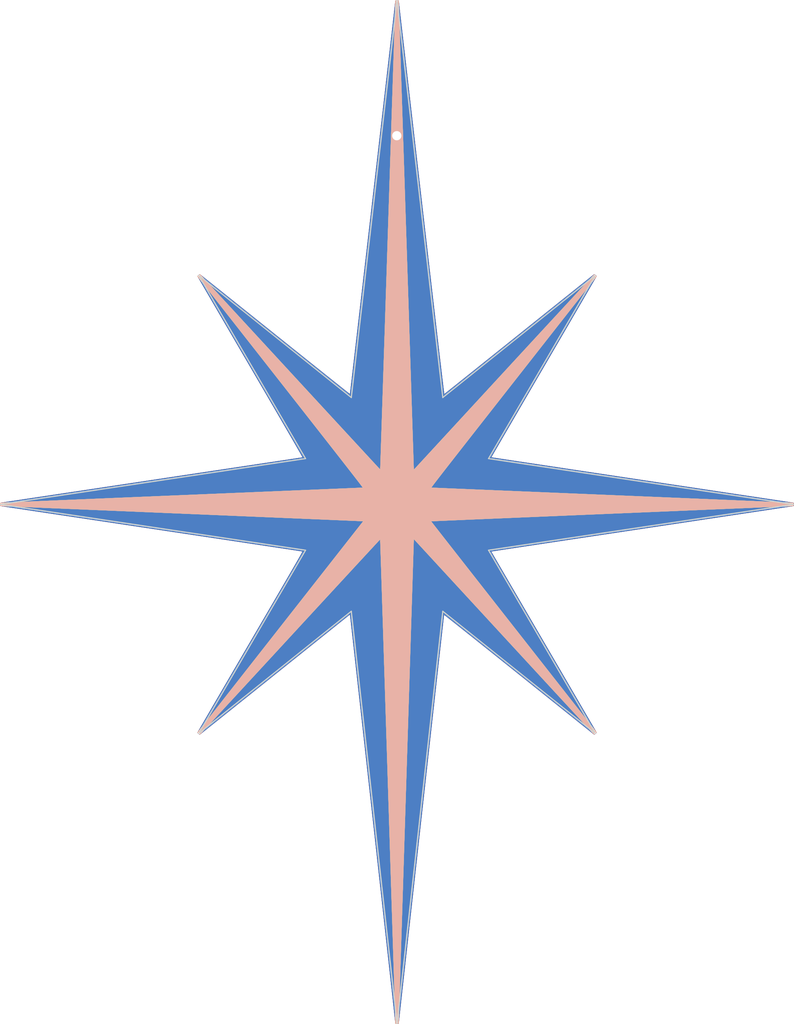
<source format=kicad_pcb>
(kicad_pcb (version 20201116) (generator pcbnew)
  (layers (0 "F.Cu" signal) (31 "B.Cu" signal) (34 "B.Paste" user) (35 "F.Paste" user) (36 "B.SilkS" user "B.Silkscreen") (37 "F.SilkS" user "F.Silkscreen") (38 "B.Mask" user) (39 "F.Mask" user) (44 "Edge.Cuts" user))
  (net 0 "")
  (footprint "12-Star:12-Star" (layer "F.Cu") (at 145.25 95.5)
    (fp_text reference "Ref**" hide)
    (fp_text value "Val**" hide)
    (fp_poly (pts (xy 0.41275 -44.725083) (xy 2.380851 -27.664404) (xy 2.506424 -26.576012) (xy 2.627247 -25.529123) (xy 2.743384 -24.523179) (xy 2.8549 -23.557626) (xy 2.96186 -22.631905) (xy 3.064329 -21.745463) (xy 3.162372 -20.897741) (xy 3.256055 -20.088185) (xy 3.345441 -19.316237) (xy 3.430597 -18.581342) (xy 3.511588 -17.882943) (xy 3.588477 -17.220484) (xy 3.661331 -16.59341) (xy 3.730215 -16.001162) (xy 3.795192 -15.443187) (xy 3.856329 -14.918926) (xy 3.913691 -14.427825) (xy 3.967342 -13.969326) (xy 4.017348 -13.542874) (xy 4.063773 -13.147913) (xy 4.106682 -12.783885) (xy 4.146142 -12.450236) (xy 4.182216 -12.146408) (xy 4.214969 -11.871846) (xy 4.244467 -11.625993) (xy 4.270775 -11.408293) (xy 4.293958 -11.21819) (xy 4.31408 -11.055128) (xy 4.331208 -10.91855) (xy 4.345405 -10.8079) (xy 4.356736 -10.722623) (xy 4.365268 -10.662161) (xy 4.371065 -10.625958) (xy 4.374191 -10.613459) (xy 4.374301 -10.613453) (xy 4.392461 -10.627229) (xy 4.442546 -10.666559) (xy 4.523432 -10.730546) (xy 4.633993 -10.818291) (xy 4.773104 -10.928896) (xy 4.93964 -11.061461) (xy 5.132475 -11.21509) (xy 5.350484 -11.388883) (xy 5.592543 -11.581943) (xy 5.857525 -11.79337) (xy 6.144306 -12.022267) (xy 6.451761 -12.267735) (xy 6.778764 -12.528876) (xy 7.12419 -12.804792) (xy 7.486914 -13.094583) (xy 7.865811 -13.397353) (xy 8.259755 -13.712202) (xy 8.667622 -14.038232) (xy 9.088285 -14.374545) (xy 9.520621 -14.720243) (xy 9.963503 -15.074427) (xy 10.415807 -15.436198) (xy 10.855762 -15.788142) (xy 11.31619 -16.156472) (xy 11.768344 -16.518147) (xy 12.211093 -16.872264) (xy 12.64331 -17.217921) (xy 13.063865 -17.554217) (xy 13.47163 -17.88025) (xy 13.865475 -18.195119) (xy 14.244271 -18.49792) (xy 14.606891 -18.787752) (xy 14.952204 -19.063714) (xy 15.279082 -19.324904) (xy 15.586397 -19.570419) (xy 15.873018 -19.799358) (xy 16.137818 -20.010819) (xy 16.379668 -20.2039) (xy 16.597438 -20.377699) (xy 16.789999 -20.531314) (xy 16.956224 -20.663844) (xy 17.094982 -20.774386) (xy 17.205146 -20.862039) (xy 17.285586 -20.9259) (xy 17.335173 -20.965069) (xy 17.352671 -20.978584) (xy 17.380153 -20.98929) (xy 17.410782 -20.981765) (xy 17.455153 -20.9517) (xy 17.491485 -20.922132) (xy 17.543363 -20.876916) (xy 17.578894 -20.842408) (xy 17.5895 -20.82807) (xy 17.578947 -20.809153) (xy 17.547748 -20.754858) (xy 17.496593 -20.666367) (xy 17.426171 -20.544867) (xy 17.337172 -20.391541) (xy 17.230287 -20.207574) (xy 17.106205 -19.994149) (xy 16.965616 -19.752453) (xy 16.80921 -19.483668) (xy 16.637676 -19.18898) (xy 16.451705 -18.869572) (xy 16.251987 -18.52663) (xy 16.03921 -18.161338) (xy 15.814066 -17.774879) (xy 15.577243 -17.36844) (xy 15.329432 -16.943203) (xy 15.071323 -16.500353) (xy 14.803606 -16.041076) (xy 14.526969 -15.566555) (xy 14.242104 -15.077974) (xy 13.9497 -14.576519) (xy 13.650446 -14.063374) (xy 13.345034 -13.539722) (xy 13.034152 -13.006749) (xy 13.016759 -12.976932) (xy 12.70564 -12.443548) (xy 12.399979 -11.919447) (xy 12.100463 -11.405813) (xy 11.807782 -10.903827) (xy 11.522625 -10.414675) (xy 11.24568 -9.939538) (xy 10.977635 -9.479599) (xy 10.71918 -9.036042) (xy 10.471003 -8.61005) (xy 10.233793 -8.202806) (xy 10.008238 -7.815492) (xy 9.795028 -7.449293) (xy 9.594851 -7.105391) (xy 9.408396 -6.784968) (xy 9.236351 -6.489209) (xy 9.079406 -6.219296) (xy 8.938249 -5.976412) (xy 8.813568 -5.761741) (xy 8.706053 -5.576465) (xy 8.616392 -5.421767) (xy 8.545273 -5.298832) (xy 8.493386 -5.20884) (xy 8.46142 -5.152977) (xy 8.450062 -5.132424) (xy 8.45005 -5.13234) (xy 8.471139 -5.128913) (xy 8.532972 -5.119379) (xy 8.634431 -5.103906) (xy 8.774393 -5.082662) (xy 8.95174 -5.055816) (xy 9.16535 -5.023537) (xy 9.414103 -4.985993) (xy 9.696878 -4.943352) (xy 10.012556 -4.895783) (xy 10.360016 -4.843454) (xy 10.738138 -4.786533) (xy 11.1458 -4.72519) (xy 11.581883 -4.659592) (xy 12.045266 -4.589908) (xy 12.534828 -4.516306) (xy 13.049451 -4.438956) (xy 13.588012 -4.358024) (xy 14.149391 -4.273681) (xy 14.732469 -4.186093) (xy 15.336124 -4.09543) (xy 15.959237 -4.001861) (xy 16.600687 -3.905552) (xy 17.259353 -3.806674) (xy 17.934115 -3.705394) (xy 18.623853 -3.601881) (xy 19.327445 -3.496303) (xy 20.043773 -3.388829) (xy 20.771715 -3.279627) (xy 21.510151 -3.168866) (xy 21.568834 -3.160065) (xy 34.681584 -1.193376) (xy 34.687785 -1.054298) (xy 34.693986 -0.915219) (xy 34.624285 -0.902528) (xy 34.599566 -0.898697) (xy 34.534113 -0.888762) (xy 34.429061 -0.872895) (xy 34.28554 -0.851265) (xy 34.104685 -0.824043) (xy 33.887628 -0.791397) (xy 33.635501 -0.753499) (xy 33.349439 -0.710518) (xy 33.030572 -0.662624) (xy 32.680035 -0.609987) (xy 32.29896 -0.552777) (xy 31.88848 -0.491164) (xy 31.449727 -0.425318) (xy 30.983835 -0.355409) (xy 30.491936 -0.281606) (xy 29.975163 -0.204081) (xy 29.434649 -0.123002) (xy 28.871527 -0.03854) (xy 28.286929 0.049135) (xy 27.681989 0.139854) (xy 27.057838 0.233446) (xy 26.415611 0.329742) (xy 25.756439 0.42857) (xy 25.081455 0.529763) (xy 24.391793 0.633149) (xy 23.688586 0.738558) (xy 22.972965 0.845822) (xy 22.246064 0.954768) (xy 21.55825 1.05785) (xy 20.821921 1.168211) (xy 20.095847 1.277057) (xy 19.38116 1.384219) (xy 18.67899 1.489526) (xy 17.99047 1.592808) (xy 17.316731 1.693894) (xy 16.658905 1.792615) (xy 16.018123 1.8888) (xy 15.395518 1.98228) (xy 14.792219 2.072883) (xy 14.20936 2.16044) (xy 13.648071 2.24478) (xy 13.109485 2.325734) (xy 12.594732 2.403131) (xy 12.104944 2.476801) (xy 11.641253 2.546573) (xy 11.204791 2.612278) (xy 10.796689 2.673746) (xy 10.418078 2.730805) (xy 10.070091 2.783287) (xy 9.753858 2.83102) (xy 9.470512 2.873834) (xy 9.221183 2.91156) (xy 9.007004 2.944027) (xy 8.829106 2.971065) (xy 8.68862 2.992504) (xy 8.586679 3.008173) (xy 8.524413 3.017903) (xy 8.503083 3.021477) (xy 8.444249 3.037417) (xy 13.017743 10.877379) (xy 17.591236 18.71734) (xy 17.542743 18.769323) (xy 17.488216 18.821115) (xy 17.436971 18.862349) (xy 17.379692 18.903393) (xy 10.869515 13.695179) (xy 10.370924 13.296385) (xy 9.885365 12.908182) (xy 9.413774 12.531314) (xy 8.957087 12.166526) (xy 8.516241 11.814562) (xy 8.092173 11.476166) (xy 7.68582 11.152084) (xy 7.298118 10.84306) (xy 6.930004 10.549838) (xy 6.582415 10.273163) (xy 6.256287 10.013779) (xy 5.952557 9.772431) (xy 5.672162 9.549864) (xy 5.416037 9.346821) (xy 5.185121 9.164048) (xy 4.98035 9.002289) (xy 4.80266 8.862288) (xy 4.652987 8.74479) (xy 4.53227 8.65054) (xy 4.441443 8.580282) (xy 4.381445 8.534761) (xy 4.353211 8.514721) (xy 4.351009 8.513857) (xy 4.348286 8.53605) (xy 4.341002 8.599344) (xy 4.329268 8.702768) (xy 4.31319 8.845348) (xy 4.292877 9.026111) (xy 4.268439 9.244085) (xy 4.239982 9.498296) (xy 4.207615 9.787772) (xy 4.171446 10.111539) (xy 4.131585 10.468624) (xy 4.088138 10.858055) (xy 4.041215 11.278859) (xy 3.990924 11.730062) (xy 3.937373 12.210692) (xy 3.88067 12.719775) (xy 3.820923 13.256339) (xy 3.758242 13.819411) (xy 3.692733 14.408018) (xy 3.624506 15.021186) (xy 3.553669 15.657944) (xy 3.48033 16.317317) (xy 3.404598 16.998333) (xy 3.32658 17.700019) (xy 3.246385 18.421402) (xy 3.164122 19.161508) (xy 3.079898 19.919366) (xy 2.993822 20.694002) (xy 2.906002 21.484444) (xy 2.816547 22.289717) (xy 2.725565 23.108849) (xy 2.633163 23.940868) (xy 2.539452 24.7848) (xy 2.444538 25.639672) (xy 2.37774 26.241375) (xy 0.412799 43.942) (xy 0.269899 43.942) (xy 0.19833 43.939851) (xy 0.147069 43.934212) (xy 0.127015 43.926293) (xy 0.127007 43.926125) (xy 0.124687 43.902972) (xy 0.117814 43.838933) (xy 0.106519 43.735196) (xy 0.090936 43.59295) (xy 0.071195 43.413381) (xy 0.047429 43.197678) (xy 0.01977 42.947029) (xy -0.01165 42.66262) (xy -0.046699 42.345641) (xy -0.085244 41.997278) (xy -0.127155 41.61872) (xy -0.172298 41.211154) (xy -0.220542 40.775768) (xy -0.271754 40.313749) (xy -0.325803 39.826287) (xy -0.382556 39.314567) (xy -0.441881 38.779779) (xy -0.503647 38.22311) (xy -0.567721 37.645747) (xy -0.633971 37.048879) (xy -0.702265 36.433693) (xy -0.772471 35.801377) (xy -0.844457 35.153119) (xy -0.918091 34.490107) (xy -0.99324 33.813527) (xy -1.069774 33.124569) (xy -1.147559 32.42442) (xy -1.226463 31.714267) (xy -1.306355 30.995298) (xy -1.387103 30.268702) (xy -1.468574 29.535666) (xy -1.550636 28.797377) (xy -1.633157 28.055024) (xy -1.716006 27.309794) (xy -1.799049 26.562876) (xy -1.882156 25.815456) (xy -1.965194 25.068722) (xy -2.04803 24.323863) (xy -2.130534 23.582066) (xy -2.212572 22.844519) (xy -2.294012 22.11241) (xy -2.374724 21.386926) (xy -2.454574 20.669255) (xy -2.53343 19.960586) (xy -2.611161 19.262105) (xy -2.687634 18.575) (xy -2.762717 17.90046) (xy -2.836279 17.239672) (xy -2.908186 16.593824) (xy -2.978308 15.964104) (xy -3.046512 15.351699) (xy -3.112665 14.757797) (xy -3.176637 14.183586) (xy -3.238294 13.630253) (xy -3.297505 13.098988) (xy -3.354137 12.590976) (xy -3.40806 12.107407) (xy -3.459139 11.649467) (xy -3.507244 11.218345) (xy -3.552243 10.815228) (xy -3.594002 10.441304) (xy -3.632391 10.097762) (xy -3.667277 9.785788) (xy -3.698529 9.50657) (xy -3.726013 9.261297) (xy -3.749598 9.051155) (xy -3.769152 8.877334) (xy -3.784543 8.74102) (xy -3.795638 8.643401) (xy -3.802307 8.585665) (xy -3.804388 8.568869) (xy -3.820583 8.491154) (xy -10.326685 13.696494) (xy -10.788597 14.066027) (xy -11.24211 14.428784) (xy -11.686107 14.783873) (xy -12.11947 15.130402) (xy -12.54108 15.467477) (xy -12.94982 15.794207) (xy -13.344572 16.109698) (xy -13.724218 16.413059) (xy -14.087639 16.703397) (xy -14.433719 16.979819) (xy -14.761338 17.241433) (xy -15.069379 17.487347) (xy -15.356724 17.716667) (xy -15.622254 17.928502) (xy -15.864853 18.121958) (xy -16.083402 18.296144) (xy -16.276783 18.450167) (xy -16.443877 18.583135) (xy -16.583568 18.694154) (xy -16.694736 18.782333) (xy -16.776265 18.846779) (xy -16.827036 18.886599) (xy -16.845931 18.900902) (xy -16.846018 18.900931) (xy -16.867794 18.887536) (xy -16.910734 18.853726) (xy -16.953797 18.817027) (xy -17.048343 18.734026) (xy -17.002685 18.643305) (xy -16.988979 18.618964) (xy -16.954631 18.559272) (xy -16.900345 18.465435) (xy -16.826824 18.338658) (xy -16.73477 18.180149) (xy -16.624888 17.991114) (xy -16.497879 17.772759) (xy -16.354448 17.526292) (xy -16.195296 17.252918) (xy -16.021128 16.953845) (xy -15.832646 16.630278) (xy -15.630553 16.283425) (xy -15.415552 15.914491) (xy -15.188346 15.524684) (xy -14.949639 15.115209) (xy -14.700133 14.687274) (xy -14.440532 14.242085) (xy -14.171538 13.780849) (xy -13.893855 13.304771) (xy -13.608185 12.815059) (xy -13.315232 12.312919) (xy -13.015698 11.799558) (xy -12.710287 11.276181) (xy -12.429469 10.795) (xy -12.059322 10.160777) (xy -11.709925 9.562088) (xy -11.38069 8.997905) (xy -11.071025 8.467203) (xy -10.78034 7.968956) (xy -10.508044 7.502137) (xy -10.253547 7.065719) (xy -10.016257 6.658677) (xy -9.795586 6.279983) (xy -9.590941 5.928612) (xy -9.401732 5.603538) (xy -9.227369 5.303732) (xy -9.067261 5.028171) (xy -8.920818 4.775826) (xy -8.787449 4.545672) (xy -8.666563 4.336682) (xy -8.55757 4.14783) (xy -8.45988 3.97809) (xy -8.372901 3.826434) (xy -8.296043 3.691838) (xy -8.228715 3.573273) (xy -8.170328 3.469715) (xy -8.12029 3.380136) (xy -8.07801 3.303511) (xy -8.042899 3.238813) (xy -8.014365 3.185015) (xy -7.991819 3.141091) (xy -7.974668 3.106015) (xy -7.962324 3.07876) (xy -7.954195 3.0583) (xy -7.949691 3.043609) (xy -7.94822 3.03366) (xy -7.949194 3.027427) (xy -7.95202 3.023883) (xy -7.956109 3.022003) (xy -7.956747 3.021814) (xy -7.980619 3.017817) (xy -8.045226 3.007721) (xy -8.149436 2.991694) (xy -8.29212 2.969908) (xy -8.472146 2.942532) (xy -8.688383 2.909737) (xy -8.9397 2.871693) (xy -9.224965 2.828569) (xy -9.543048 2.780537) (xy -9.892818 2.727767) (xy -10.273142 2.670427) (xy -10.682891 2.60869) (xy -11.120934 2.542725) (xy -11.586138 2.472701) (xy -12.077373 2.39879) (xy -12.593508 2.321162) (xy -13.133412 2.239986) (xy -13.695954 2.155433) (xy -14.280002 2.067673) (xy -14.884426 1.976877) (xy -15.508094 1.883213) (xy -16.149876 1.786854) (xy -16.808639 1.687968) (xy -17.483254 1.586726) (xy -18.172588 1.483299) (xy -18.875512 1.377856) (xy -19.590893 1.270567) (xy -20.317601 1.161603) (xy -21.007916 1.058118) (xy -21.744325 0.94773) (xy -22.47051 0.838868) (xy -23.18534 0.731701) (xy -23.887682 0.626399) (xy -24.576403 0.523134) (xy -25.25037 0.422073) (xy -25.908451 0.323388) (xy -26.549512 0.227249) (xy -27.172421 0.133825) (xy -27.776044 0.043286) (xy -28.35925 -0.044197) (xy -28.920906 -0.128455) (xy -29.459878 -0.209318) (xy -29.975034 -0.286615) (xy -30.46524 -0.360176) (xy -30.929365 -0.429833) (xy -31.366276 -0.495414) (xy -31.774839 -0.556749) (xy -32.153921 -0.613669) (xy -32.502391 -0.666004) (xy -32.819115 -0.713584) (xy -33.102961 -0.756238) (xy -33.352795 -0.793797) (xy -33.567484 -0.826091) (xy -33.745897 -0.85295) (xy -33.8869 -0.874203) (xy -33.989361 -0.889681) (xy -34.052146 -0.899214) (xy -34.073951 -0.902597) (xy -34.143652 -0.915219) (xy -34.137451 -1.054814) (xy -34.13125 -1.19441) (xy -21.05025 -3.157093) (xy -20.311707 -3.267907) (xy -19.583483 -3.377175) (xy -18.866704 -3.484731) (xy -18.162494 -3.590403) (xy -17.471978 -3.694025) (xy -16.796282 -3.795426) (xy -16.136531 -3.894438) (xy -15.49385 -3.990892) (xy -14.869364 -4.084618) (xy -14.264198 -4.175449) (xy -13.679478 -4.263215) (xy -13.116329 -4.347747) (xy -12.575875 -4.428876) (xy -12.059243 -4.506433) (xy -11.567556 -4.58025) (xy -11.101941 -4.650158) (xy -10.663523 -4.715987) (xy -10.253426 -4.777568) (xy -9.872776 -4.834734) (xy -9.522698 -4.887314) (xy -9.204318 -4.93514) (xy -8.918759 -4.978043) (xy -8.667149 -5.015854) (xy -8.450611 -5.048404) (xy -8.270271 -5.075524) (xy -8.127253 -5.097046) (xy -8.022685 -5.1128) (xy -7.957689 -5.122617) (xy -7.933392 -5.126329) (xy -7.93329 -5.126347) (xy -7.934726 -5.134629) (xy -7.945653 -5.158865) (xy -7.96654 -5.199862) (xy -7.997852 -5.258429) (xy -8.040059 -5.335373) (xy -8.093628 -5.431505) (xy -8.159026 -5.547632) (xy -8.236722 -5.684563) (xy -8.327182 -5.843106) (xy -8.430875 -6.024069) (xy -8.548268 -6.228263) (xy -8.679829 -6.456494) (xy -8.826025 -6.709571) (xy -8.987325 -6.988303) (xy -9.164195 -7.293499) (xy -9.357104 -7.625967) (xy -9.56652 -7.986515) (xy -9.792909 -8.375952) (xy -10.036739 -8.795087) (xy -10.298479 -9.244728) (xy -10.578596 -9.725683) (xy -10.877557 -10.238762) (xy -11.195831 -10.784772) (xy -11.533885 -11.364522) (xy -11.892186 -11.97882) (xy -12.271202 -12.628476) (xy -12.448795 -12.932833) (xy -12.759496 -13.465308) (xy -13.064867 -13.988689) (xy -13.36421 -14.501781) (xy -13.65683 -15.003389) (xy -13.942029 -15.492317) (xy -14.219111 -15.96737) (xy -14.487379 -16.427354) (xy -14.746137 -16.871074) (xy -14.994688 -17.297333) (xy -15.232336 -17.704937) (xy -15.458384 -18.092692) (xy -15.672135 -18.459401) (xy -15.872894 -18.80387) (xy -16.059963 -19.124904) (xy -16.232645 -19.421308) (xy -16.390245 -19.691885) (xy -16.532066 -19.935443) (xy -16.657411 -20.150784) (xy -16.765583 -20.336715) (xy -16.855887 -20.49204) (xy -16.927625 -20.615563) (xy -16.980101 -20.706091) (xy -17.012618 -20.762427) (xy -17.024454 -20.783323) (xy -17.035023 -20.81439) (xy -17.028089 -20.841827) (xy -16.99798 -20.876277) (xy -16.953949 -20.915558) (xy -16.900185 -20.959413) (xy -16.858257 -20.989077) (xy -16.840722 -20.997276) (xy -16.823057 -20.984201) (xy -16.773463 -20.945564) (xy -16.693061 -20.882257) (xy -16.58297 -20.795175) (xy -16.44431 -20.685211) (xy -16.278201 -20.553258) (xy -16.085763 -20.400209) (xy -15.868116 -20.226958) (xy -15.626379 -20.034398) (xy -15.361673 -19.823423) (xy -15.075118 -19.594926) (xy -14.767833 -19.3498) (xy -14.440938 -19.088938) (xy -14.095554 -18.813235) (xy -13.732799 -18.523582) (xy -13.353795 -18.220875) (xy -12.95966 -17.906006) (xy -12.551515 -17.579868) (xy -12.13048 -17.243355) (xy -11.697674 -16.89736) (xy -11.254218 -16.542777) (xy -10.801232 -16.180499) (xy -10.339834 -15.811419) (xy -10.324732 -15.799337) (xy -9.863177 -15.430141) (xy -9.410031 -15.067768) (xy -8.966412 -14.713111) (xy -8.533437 -14.367059) (xy -8.112225 -14.030504) (xy -7.703894 -13.704337) (xy -7.309562 -13.389448) (xy -6.930346 -13.08673) (xy -6.567365 -12.797073) (xy -6.221738 -12.521368) (xy -5.894581 -12.260506) (xy -5.587012 -12.015378) (xy -5.300151 -11.786876) (xy -5.035115 -11.575889) (xy -4.793022 -11.38331) (xy -4.574989 -11.210029) (xy -4.382136 -11.056938) (xy -4.21558 -10.924927) (xy -4.076439 -10.814887) (xy -3.965831 -10.72771) (xy -3.884874 -10.664287) (xy -3.834686 -10.625508) (xy -3.816386 -10.612264) (xy -3.816335 -10.612275) (xy -3.813575 -10.633458) (xy -3.806099 -10.695489) (xy -3.794049 -10.797161) (xy -3.777563 -10.937268) (xy -3.75678 -11.114604) (xy -3.731841 -11.327963) (xy -3.702885 -11.576138) (xy -3.670052 -11.857922) (xy -3.63348 -12.17211) (xy -3.59331 -12.517495) (xy -3.54968 -12.892871) (xy -3.502731 -13.297031) (xy -3.452602 -13.728769) (xy -3.399432 -14.186879) (xy -3.343361 -14.670155) (xy -3.284528 -15.17739) (xy -3.223074 -15.707378) (xy -3.159136 -16.258912) (xy -3.092856 -16.830786) (xy -3.024372 -17.421794) (xy -2.953824 -18.03073) (xy -2.881351 -18.656386) (xy -2.807093 -19.297558) (xy -2.73119 -19.953038) (xy -2.65378 -20.62162) (xy -2.575004 -21.302098) (xy -2.495001 -21.993266) (xy -2.41391 -22.693916) (xy -2.331871 -23.402844) (xy -2.249024 -24.118842) (xy -2.165508 -24.840704) (xy -2.081461 -25.567224) (xy -1.997025 -26.297196) (xy -1.912339 -27.029412) (xy -1.827541 -27.762668) (xy -1.742771 -28.495756) (xy -1.65817 -29.22747) (xy -1.573876 -29.956604) (xy -1.490029 -30.681952) (xy -1.406768 -31.402307) (xy -1.324234 -32.116462) (xy -1.242564 -32.823213) (xy -1.1619 -33.521351) (xy -1.08238 -34.209671) (xy -1.004144 -34.886967) (xy -0.927332 -35.552032) (xy -0.852082 -36.20366) (xy -0.778535 -36.840644) (xy -0.70683 -37.461779) (xy -0.637107 -38.065857) (xy -0.569504 -38.651673) (xy -0.504162 -39.218021) (xy -0.44122 -39.763693) (xy -0.380817 -40.287483) (xy -0.323093 -40.788186) (xy -0.268188 -41.264595) (xy -0.21624 -41.715503) (xy -0.16739 -42.139705) (xy -0.121778 -42.535993) (xy -0.079541 -42.903162) (xy -0.040821 -43.240006) (xy -0.005756 -43.545317) (xy 0.025514 -43.81789) (xy 0.05285 -44.056518) (xy 0.076111 -44.259994) (xy 0.095159 -44.427114) (xy 0.109854 -44.556669) (xy 0.120056 -44.647455) (xy 0.125627 -44.698264) (xy 0.126698 -44.709291) (xy 0.146201 -44.717239) (xy 0.197091 -44.72292) (xy 0.268436 -44.725125) (xy 0.269875 -44.725125) (xy 0.41275 -44.725083)) (layer "F.Cu") (width 0.01) (fill solid))
    (fp_poly (pts (xy 0.41275 -44.725083) (xy 2.380851 -27.664404) (xy 2.506424 -26.576012) (xy 2.627247 -25.529123) (xy 2.743384 -24.523179) (xy 2.8549 -23.557626) (xy 2.96186 -22.631905) (xy 3.064329 -21.745463) (xy 3.162372 -20.897741) (xy 3.256055 -20.088185) (xy 3.345441 -19.316237) (xy 3.430597 -18.581342) (xy 3.511588 -17.882943) (xy 3.588477 -17.220484) (xy 3.661331 -16.59341) (xy 3.730215 -16.001162) (xy 3.795192 -15.443187) (xy 3.856329 -14.918926) (xy 3.913691 -14.427825) (xy 3.967342 -13.969326) (xy 4.017348 -13.542874) (xy 4.063773 -13.147913) (xy 4.106682 -12.783885) (xy 4.146142 -12.450236) (xy 4.182216 -12.146408) (xy 4.214969 -11.871846) (xy 4.244467 -11.625993) (xy 4.270775 -11.408293) (xy 4.293958 -11.21819) (xy 4.31408 -11.055128) (xy 4.331208 -10.91855) (xy 4.345405 -10.8079) (xy 4.356736 -10.722623) (xy 4.365268 -10.662161) (xy 4.371065 -10.625958) (xy 4.374191 -10.613459) (xy 4.374301 -10.613453) (xy 4.392461 -10.627229) (xy 4.442546 -10.666559) (xy 4.523432 -10.730546) (xy 4.633993 -10.818291) (xy 4.773104 -10.928896) (xy 4.93964 -11.061461) (xy 5.132475 -11.21509) (xy 5.350484 -11.388883) (xy 5.592543 -11.581943) (xy 5.857525 -11.79337) (xy 6.144306 -12.022267) (xy 6.451761 -12.267735) (xy 6.778764 -12.528876) (xy 7.12419 -12.804792) (xy 7.486914 -13.094583) (xy 7.865811 -13.397353) (xy 8.259755 -13.712202) (xy 8.667622 -14.038232) (xy 9.088285 -14.374545) (xy 9.520621 -14.720243) (xy 9.963503 -15.074427) (xy 10.415807 -15.436198) (xy 10.855762 -15.788142) (xy 11.31619 -16.156472) (xy 11.768344 -16.518147) (xy 12.211093 -16.872264) (xy 12.64331 -17.217921) (xy 13.063865 -17.554217) (xy 13.47163 -17.88025) (xy 13.865475 -18.195119) (xy 14.244271 -18.49792) (xy 14.606891 -18.787752) (xy 14.952204 -19.063714) (xy 15.279082 -19.324904) (xy 15.586397 -19.570419) (xy 15.873018 -19.799358) (xy 16.137818 -20.010819) (xy 16.379668 -20.2039) (xy 16.597438 -20.377699) (xy 16.789999 -20.531314) (xy 16.956224 -20.663844) (xy 17.094982 -20.774386) (xy 17.205146 -20.862039) (xy 17.285586 -20.9259) (xy 17.335173 -20.965069) (xy 17.352671 -20.978584) (xy 17.380153 -20.98929) (xy 17.410782 -20.981765) (xy 17.455153 -20.9517) (xy 17.491485 -20.922132) (xy 17.543363 -20.876916) (xy 17.578894 -20.842408) (xy 17.5895 -20.82807) (xy 17.578947 -20.809153) (xy 17.547748 -20.754858) (xy 17.496593 -20.666367) (xy 17.426171 -20.544867) (xy 17.337172 -20.391541) (xy 17.230287 -20.207574) (xy 17.106205 -19.994149) (xy 16.965616 -19.752453) (xy 16.80921 -19.483668) (xy 16.637676 -19.18898) (xy 16.451705 -18.869572) (xy 16.251987 -18.52663) (xy 16.03921 -18.161338) (xy 15.814066 -17.774879) (xy 15.577243 -17.36844) (xy 15.329432 -16.943203) (xy 15.071323 -16.500353) (xy 14.803606 -16.041076) (xy 14.526969 -15.566555) (xy 14.242104 -15.077974) (xy 13.9497 -14.576519) (xy 13.650446 -14.063374) (xy 13.345034 -13.539722) (xy 13.034152 -13.006749) (xy 13.016759 -12.976932) (xy 12.70564 -12.443548) (xy 12.399979 -11.919447) (xy 12.100463 -11.405813) (xy 11.807782 -10.903827) (xy 11.522625 -10.414675) (xy 11.24568 -9.939538) (xy 10.977635 -9.479599) (xy 10.71918 -9.036042) (xy 10.471003 -8.61005) (xy 10.233793 -8.202806) (xy 10.008238 -7.815492) (xy 9.795028 -7.449293) (xy 9.594851 -7.105391) (xy 9.408396 -6.784968) (xy 9.236351 -6.489209) (xy 9.079406 -6.219296) (xy 8.938249 -5.976412) (xy 8.813568 -5.761741) (xy 8.706053 -5.576465) (xy 8.616392 -5.421767) (xy 8.545273 -5.298832) (xy 8.493386 -5.20884) (xy 8.46142 -5.152977) (xy 8.450062 -5.132424) (xy 8.45005 -5.13234) (xy 8.471139 -5.128913) (xy 8.532972 -5.119379) (xy 8.634431 -5.103906) (xy 8.774393 -5.082662) (xy 8.95174 -5.055816) (xy 9.16535 -5.023537) (xy 9.414103 -4.985993) (xy 9.696878 -4.943352) (xy 10.012556 -4.895783) (xy 10.360016 -4.843454) (xy 10.738138 -4.786533) (xy 11.1458 -4.72519) (xy 11.581883 -4.659592) (xy 12.045266 -4.589908) (xy 12.534828 -4.516306) (xy 13.049451 -4.438956) (xy 13.588012 -4.358024) (xy 14.149391 -4.273681) (xy 14.732469 -4.186093) (xy 15.336124 -4.09543) (xy 15.959237 -4.001861) (xy 16.600687 -3.905552) (xy 17.259353 -3.806674) (xy 17.934115 -3.705394) (xy 18.623853 -3.601881) (xy 19.327445 -3.496303) (xy 20.043773 -3.388829) (xy 20.771715 -3.279627) (xy 21.510151 -3.168866) (xy 21.568834 -3.160065) (xy 34.681584 -1.193376) (xy 34.687785 -1.054298) (xy 34.693986 -0.915219) (xy 34.624285 -0.902528) (xy 34.599566 -0.898697) (xy 34.534113 -0.888762) (xy 34.429061 -0.872895) (xy 34.28554 -0.851265) (xy 34.104685 -0.824043) (xy 33.887628 -0.791397) (xy 33.635501 -0.753499) (xy 33.349439 -0.710518) (xy 33.030572 -0.662624) (xy 32.680035 -0.609987) (xy 32.29896 -0.552777) (xy 31.88848 -0.491164) (xy 31.449727 -0.425318) (xy 30.983835 -0.355409) (xy 30.491936 -0.281606) (xy 29.975163 -0.204081) (xy 29.434649 -0.123002) (xy 28.871527 -0.03854) (xy 28.286929 0.049135) (xy 27.681989 0.139854) (xy 27.057838 0.233446) (xy 26.415611 0.329742) (xy 25.756439 0.42857) (xy 25.081455 0.529763) (xy 24.391793 0.633149) (xy 23.688586 0.738558) (xy 22.972965 0.845822) (xy 22.246064 0.954768) (xy 21.55825 1.05785) (xy 20.821921 1.168211) (xy 20.095847 1.277057) (xy 19.38116 1.384219) (xy 18.67899 1.489526) (xy 17.99047 1.592808) (xy 17.316731 1.693894) (xy 16.658905 1.792615) (xy 16.018123 1.8888) (xy 15.395518 1.98228) (xy 14.792219 2.072883) (xy 14.20936 2.16044) (xy 13.648071 2.24478) (xy 13.109485 2.325734) (xy 12.594732 2.403131) (xy 12.104944 2.476801) (xy 11.641253 2.546573) (xy 11.204791 2.612278) (xy 10.796689 2.673746) (xy 10.418078 2.730805) (xy 10.070091 2.783287) (xy 9.753858 2.83102) (xy 9.470512 2.873834) (xy 9.221183 2.91156) (xy 9.007004 2.944027) (xy 8.829106 2.971065) (xy 8.68862 2.992504) (xy 8.586679 3.008173) (xy 8.524413 3.017903) (xy 8.503083 3.021477) (xy 8.444249 3.037417) (xy 13.017743 10.877379) (xy 17.591236 18.71734) (xy 17.542743 18.769323) (xy 17.488216 18.821115) (xy 17.436971 18.862349) (xy 17.379692 18.903393) (xy 10.869515 13.695179) (xy 10.370924 13.296385) (xy 9.885365 12.908182) (xy 9.413774 12.531314) (xy 8.957087 12.166526) (xy 8.516241 11.814562) (xy 8.092173 11.476166) (xy 7.68582 11.152084) (xy 7.298118 10.84306) (xy 6.930004 10.549838) (xy 6.582415 10.273163) (xy 6.256287 10.013779) (xy 5.952557 9.772431) (xy 5.672162 9.549864) (xy 5.416037 9.346821) (xy 5.185121 9.164048) (xy 4.98035 9.002289) (xy 4.80266 8.862288) (xy 4.652987 8.74479) (xy 4.53227 8.65054) (xy 4.441443 8.580282) (xy 4.381445 8.534761) (xy 4.353211 8.514721) (xy 4.351009 8.513857) (xy 4.348286 8.53605) (xy 4.341002 8.599344) (xy 4.329268 8.702768) (xy 4.31319 8.845348) (xy 4.292877 9.026111) (xy 4.268439 9.244085) (xy 4.239982 9.498296) (xy 4.207615 9.787772) (xy 4.171446 10.111539) (xy 4.131585 10.468624) (xy 4.088138 10.858055) (xy 4.041215 11.278859) (xy 3.990924 11.730062) (xy 3.937373 12.210692) (xy 3.88067 12.719775) (xy 3.820923 13.256339) (xy 3.758242 13.819411) (xy 3.692733 14.408018) (xy 3.624506 15.021186) (xy 3.553669 15.657944) (xy 3.48033 16.317317) (xy 3.404598 16.998333) (xy 3.32658 17.700019) (xy 3.246385 18.421402) (xy 3.164122 19.161508) (xy 3.079898 19.919366) (xy 2.993822 20.694002) (xy 2.906002 21.484444) (xy 2.816547 22.289717) (xy 2.725565 23.108849) (xy 2.633163 23.940868) (xy 2.539452 24.7848) (xy 2.444538 25.639672) (xy 2.37774 26.241375) (xy 0.412799 43.942) (xy 0.269899 43.942) (xy 0.19833 43.939851) (xy 0.147069 43.934212) (xy 0.127015 43.926293) (xy 0.127007 43.926125) (xy 0.124687 43.902972) (xy 0.117814 43.838933) (xy 0.106519 43.735196) (xy 0.090936 43.59295) (xy 0.071195 43.413381) (xy 0.047429 43.197678) (xy 0.01977 42.947029) (xy -0.01165 42.66262) (xy -0.046699 42.345641) (xy -0.085244 41.997278) (xy -0.127155 41.61872) (xy -0.172298 41.211154) (xy -0.220542 40.775768) (xy -0.271754 40.313749) (xy -0.325803 39.826287) (xy -0.382556 39.314567) (xy -0.441881 38.779779) (xy -0.503647 38.22311) (xy -0.567721 37.645747) (xy -0.633971 37.048879) (xy -0.702265 36.433693) (xy -0.772471 35.801377) (xy -0.844457 35.153119) (xy -0.918091 34.490107) (xy -0.99324 33.813527) (xy -1.069774 33.124569) (xy -1.147559 32.42442) (xy -1.226463 31.714267) (xy -1.306355 30.995298) (xy -1.387103 30.268702) (xy -1.468574 29.535666) (xy -1.550636 28.797377) (xy -1.633157 28.055024) (xy -1.716006 27.309794) (xy -1.799049 26.562876) (xy -1.882156 25.815456) (xy -1.965194 25.068722) (xy -2.04803 24.323863) (xy -2.130534 23.582066) (xy -2.212572 22.844519) (xy -2.294012 22.11241) (xy -2.374724 21.386926) (xy -2.454574 20.669255) (xy -2.53343 19.960586) (xy -2.611161 19.262105) (xy -2.687634 18.575) (xy -2.762717 17.90046) (xy -2.836279 17.239672) (xy -2.908186 16.593824) (xy -2.978308 15.964104) (xy -3.046512 15.351699) (xy -3.112665 14.757797) (xy -3.176637 14.183586) (xy -3.238294 13.630253) (xy -3.297505 13.098988) (xy -3.354137 12.590976) (xy -3.40806 12.107407) (xy -3.459139 11.649467) (xy -3.507244 11.218345) (xy -3.552243 10.815228) (xy -3.594002 10.441304) (xy -3.632391 10.097762) (xy -3.667277 9.785788) (xy -3.698529 9.50657) (xy -3.726013 9.261297) (xy -3.749598 9.051155) (xy -3.769152 8.877334) (xy -3.784543 8.74102) (xy -3.795638 8.643401) (xy -3.802307 8.585665) (xy -3.804388 8.568869) (xy -3.820583 8.491154) (xy -10.326685 13.696494) (xy -10.788597 14.066027) (xy -11.24211 14.428784) (xy -11.686107 14.783873) (xy -12.11947 15.130402) (xy -12.54108 15.467477) (xy -12.94982 15.794207) (xy -13.344572 16.109698) (xy -13.724218 16.413059) (xy -14.087639 16.703397) (xy -14.433719 16.979819) (xy -14.761338 17.241433) (xy -15.069379 17.487347) (xy -15.356724 17.716667) (xy -15.622254 17.928502) (xy -15.864853 18.121958) (xy -16.083402 18.296144) (xy -16.276783 18.450167) (xy -16.443877 18.583135) (xy -16.583568 18.694154) (xy -16.694736 18.782333) (xy -16.776265 18.846779) (xy -16.827036 18.886599) (xy -16.845931 18.900902) (xy -16.846018 18.900931) (xy -16.867794 18.887536) (xy -16.910734 18.853726) (xy -16.953797 18.817027) (xy -17.048343 18.734026) (xy -17.002685 18.643305) (xy -16.988979 18.618964) (xy -16.954631 18.559272) (xy -16.900345 18.465435) (xy -16.826824 18.338658) (xy -16.73477 18.180149) (xy -16.624888 17.991114) (xy -16.497879 17.772759) (xy -16.354448 17.526292) (xy -16.195296 17.252918) (xy -16.021128 16.953845) (xy -15.832646 16.630278) (xy -15.630553 16.283425) (xy -15.415552 15.914491) (xy -15.188346 15.524684) (xy -14.949639 15.115209) (xy -14.700133 14.687274) (xy -14.440532 14.242085) (xy -14.171538 13.780849) (xy -13.893855 13.304771) (xy -13.608185 12.815059) (xy -13.315232 12.312919) (xy -13.015698 11.799558) (xy -12.710287 11.276181) (xy -12.429469 10.795) (xy -12.059322 10.160777) (xy -11.709925 9.562088) (xy -11.38069 8.997905) (xy -11.071025 8.467203) (xy -10.78034 7.968956) (xy -10.508044 7.502137) (xy -10.253547 7.065719) (xy -10.016257 6.658677) (xy -9.795586 6.279983) (xy -9.590941 5.928612) (xy -9.401732 5.603538) (xy -9.227369 5.303732) (xy -9.067261 5.028171) (xy -8.920818 4.775826) (xy -8.787449 4.545672) (xy -8.666563 4.336682) (xy -8.55757 4.14783) (xy -8.45988 3.97809) (xy -8.372901 3.826434) (xy -8.296043 3.691838) (xy -8.228715 3.573273) (xy -8.170328 3.469715) (xy -8.12029 3.380136) (xy -8.07801 3.303511) (xy -8.042899 3.238813) (xy -8.014365 3.185015) (xy -7.991819 3.141091) (xy -7.974668 3.106015) (xy -7.962324 3.07876) (xy -7.954195 3.0583) (xy -7.949691 3.043609) (xy -7.94822 3.03366) (xy -7.949194 3.027427) (xy -7.95202 3.023883) (xy -7.956109 3.022003) (xy -7.956747 3.021814) (xy -7.980619 3.017817) (xy -8.045226 3.007721) (xy -8.149436 2.991694) (xy -8.29212 2.969908) (xy -8.472146 2.942532) (xy -8.688383 2.909737) (xy -8.9397 2.871693) (xy -9.224965 2.828569) (xy -9.543048 2.780537) (xy -9.892818 2.727767) (xy -10.273142 2.670427) (xy -10.682891 2.60869) (xy -11.120934 2.542725) (xy -11.586138 2.472701) (xy -12.077373 2.39879) (xy -12.593508 2.321162) (xy -13.133412 2.239986) (xy -13.695954 2.155433) (xy -14.280002 2.067673) (xy -14.884426 1.976877) (xy -15.508094 1.883213) (xy -16.149876 1.786854) (xy -16.808639 1.687968) (xy -17.483254 1.586726) (xy -18.172588 1.483299) (xy -18.875512 1.377856) (xy -19.590893 1.270567) (xy -20.317601 1.161603) (xy -21.007916 1.058118) (xy -21.744325 0.94773) (xy -22.47051 0.838868) (xy -23.18534 0.731701) (xy -23.887682 0.626399) (xy -24.576403 0.523134) (xy -25.25037 0.422073) (xy -25.908451 0.323388) (xy -26.549512 0.227249) (xy -27.172421 0.133825) (xy -27.776044 0.043286) (xy -28.35925 -0.044197) (xy -28.920906 -0.128455) (xy -29.459878 -0.209318) (xy -29.975034 -0.286615) (xy -30.46524 -0.360176) (xy -30.929365 -0.429833) (xy -31.366276 -0.495414) (xy -31.774839 -0.556749) (xy -32.153921 -0.613669) (xy -32.502391 -0.666004) (xy -32.819115 -0.713584) (xy -33.102961 -0.756238) (xy -33.352795 -0.793797) (xy -33.567484 -0.826091) (xy -33.745897 -0.85295) (xy -33.8869 -0.874203) (xy -33.989361 -0.889681) (xy -34.052146 -0.899214) (xy -34.073951 -0.902597) (xy -34.143652 -0.915219) (xy -34.137451 -1.054814) (xy -34.13125 -1.19441) (xy -21.05025 -3.157093) (xy -20.311707 -3.267907) (xy -19.583483 -3.377175) (xy -18.866704 -3.484731) (xy -18.162494 -3.590403) (xy -17.471978 -3.694025) (xy -16.796282 -3.795426) (xy -16.136531 -3.894438) (xy -15.49385 -3.990892) (xy -14.869364 -4.084618) (xy -14.264198 -4.175449) (xy -13.679478 -4.263215) (xy -13.116329 -4.347747) (xy -12.575875 -4.428876) (xy -12.059243 -4.506433) (xy -11.567556 -4.58025) (xy -11.101941 -4.650158) (xy -10.663523 -4.715987) (xy -10.253426 -4.777568) (xy -9.872776 -4.834734) (xy -9.522698 -4.887314) (xy -9.204318 -4.93514) (xy -8.918759 -4.978043) (xy -8.667149 -5.015854) (xy -8.450611 -5.048404) (xy -8.270271 -5.075524) (xy -8.127253 -5.097046) (xy -8.022685 -5.1128) (xy -7.957689 -5.122617) (xy -7.933392 -5.126329) (xy -7.93329 -5.126347) (xy -7.934726 -5.134629) (xy -7.945653 -5.158865) (xy -7.96654 -5.199862) (xy -7.997852 -5.258429) (xy -8.040059 -5.335373) (xy -8.093628 -5.431505) (xy -8.159026 -5.547632) (xy -8.236722 -5.684563) (xy -8.327182 -5.843106) (xy -8.430875 -6.024069) (xy -8.548268 -6.228263) (xy -8.679829 -6.456494) (xy -8.826025 -6.709571) (xy -8.987325 -6.988303) (xy -9.164195 -7.293499) (xy -9.357104 -7.625967) (xy -9.56652 -7.986515) (xy -9.792909 -8.375952) (xy -10.036739 -8.795087) (xy -10.298479 -9.244728) (xy -10.578596 -9.725683) (xy -10.877557 -10.238762) (xy -11.195831 -10.784772) (xy -11.533885 -11.364522) (xy -11.892186 -11.97882) (xy -12.271202 -12.628476) (xy -12.448795 -12.932833) (xy -12.759496 -13.465308) (xy -13.064867 -13.988689) (xy -13.36421 -14.501781) (xy -13.65683 -15.003389) (xy -13.942029 -15.492317) (xy -14.219111 -15.96737) (xy -14.487379 -16.427354) (xy -14.746137 -16.871074) (xy -14.994688 -17.297333) (xy -15.232336 -17.704937) (xy -15.458384 -18.092692) (xy -15.672135 -18.459401) (xy -15.872894 -18.80387) (xy -16.059963 -19.124904) (xy -16.232645 -19.421308) (xy -16.390245 -19.691885) (xy -16.532066 -19.935443) (xy -16.657411 -20.150784) (xy -16.765583 -20.336715) (xy -16.855887 -20.49204) (xy -16.927625 -20.615563) (xy -16.980101 -20.706091) (xy -17.012618 -20.762427) (xy -17.024454 -20.783323) (xy -17.035023 -20.81439) (xy -17.028089 -20.841827) (xy -16.99798 -20.876277) (xy -16.953949 -20.915558) (xy -16.900185 -20.959413) (xy -16.858257 -20.989077) (xy -16.840722 -20.997276) (xy -16.823057 -20.984201) (xy -16.773463 -20.945564) (xy -16.693061 -20.882257) (xy -16.58297 -20.795175) (xy -16.44431 -20.685211) (xy -16.278201 -20.553258) (xy -16.085763 -20.400209) (xy -15.868116 -20.226958) (xy -15.626379 -20.034398) (xy -15.361673 -19.823423) (xy -15.075118 -19.594926) (xy -14.767833 -19.3498) (xy -14.440938 -19.088938) (xy -14.095554 -18.813235) (xy -13.732799 -18.523582) (xy -13.353795 -18.220875) (xy -12.95966 -17.906006) (xy -12.551515 -17.579868) (xy -12.13048 -17.243355) (xy -11.697674 -16.89736) (xy -11.254218 -16.542777) (xy -10.801232 -16.180499) (xy -10.339834 -15.811419) (xy -10.324732 -15.799337) (xy -9.863177 -15.430141) (xy -9.410031 -15.067768) (xy -8.966412 -14.713111) (xy -8.533437 -14.367059) (xy -8.112225 -14.030504) (xy -7.703894 -13.704337) (xy -7.309562 -13.389448) (xy -6.930346 -13.08673) (xy -6.567365 -12.797073) (xy -6.221738 -12.521368) (xy -5.894581 -12.260506) (xy -5.587012 -12.015378) (xy -5.300151 -11.786876) (xy -5.035115 -11.575889) (xy -4.793022 -11.38331) (xy -4.574989 -11.210029) (xy -4.382136 -11.056938) (xy -4.21558 -10.924927) (xy -4.076439 -10.814887) (xy -3.965831 -10.72771) (xy -3.884874 -10.664287) (xy -3.834686 -10.625508) (xy -3.816386 -10.612264) (xy -3.816335 -10.612275) (xy -3.813575 -10.633458) (xy -3.806099 -10.695489) (xy -3.794049 -10.797161) (xy -3.777563 -10.937268) (xy -3.75678 -11.114604) (xy -3.731841 -11.327963) (xy -3.702885 -11.576138) (xy -3.670052 -11.857922) (xy -3.63348 -12.17211) (xy -3.59331 -12.517495) (xy -3.54968 -12.892871) (xy -3.502731 -13.297031) (xy -3.452602 -13.728769) (xy -3.399432 -14.186879) (xy -3.343361 -14.670155) (xy -3.284528 -15.17739) (xy -3.223074 -15.707378) (xy -3.159136 -16.258912) (xy -3.092856 -16.830786) (xy -3.024372 -17.421794) (xy -2.953824 -18.03073) (xy -2.881351 -18.656386) (xy -2.807093 -19.297558) (xy -2.73119 -19.953038) (xy -2.65378 -20.62162) (xy -2.575004 -21.302098) (xy -2.495001 -21.993266) (xy -2.41391 -22.693916) (xy -2.331871 -23.402844) (xy -2.249024 -24.118842) (xy -2.165508 -24.840704) (xy -2.081461 -25.567224) (xy -1.997025 -26.297196) (xy -1.912339 -27.029412) (xy -1.827541 -27.762668) (xy -1.742771 -28.495756) (xy -1.65817 -29.22747) (xy -1.573876 -29.956604) (xy -1.490029 -30.681952) (xy -1.406768 -31.402307) (xy -1.324234 -32.116462) (xy -1.242564 -32.823213) (xy -1.1619 -33.521351) (xy -1.08238 -34.209671) (xy -1.004144 -34.886967) (xy -0.927332 -35.552032) (xy -0.852082 -36.20366) (xy -0.778535 -36.840644) (xy -0.70683 -37.461779) (xy -0.637107 -38.065857) (xy -0.569504 -38.651673) (xy -0.504162 -39.218021) (xy -0.44122 -39.763693) (xy -0.380817 -40.287483) (xy -0.323093 -40.788186) (xy -0.268188 -41.264595) (xy -0.21624 -41.715503) (xy -0.16739 -42.139705) (xy -0.121778 -42.535993) (xy -0.079541 -42.903162) (xy -0.040821 -43.240006) (xy -0.005756 -43.545317) (xy 0.025514 -43.81789) (xy 0.05285 -44.056518) (xy 0.076111 -44.259994) (xy 0.095159 -44.427114) (xy 0.109854 -44.556669) (xy 0.120056 -44.647455) (xy 0.125627 -44.698264) (xy 0.126698 -44.709291) (xy 0.146201 -44.717239) (xy 0.197091 -44.72292) (xy 0.268436 -44.725125) (xy 0.269875 -44.725125) (xy 0.41275 -44.725083)) (layer "B.Cu") (width 0.01) (fill solid))
    (fp_line (start -7.6667 2.9167) (end -16.9271 18.7917) (layer "Edge.Cuts") (width 0.1))
    (fp_line (start 0.2708 -44.70833) (end -3.6979 -10.3125) (layer "Edge.Cuts") (width 0.1))
    (fp_line (start 8.2083 2.9167) (end 34.6667 -1.0521) (layer "Edge.Cuts") (width 0.1))
    (fp_line (start 4.2396 -10.3125) (end 0.2708 -44.70833) (layer "Edge.Cuts") (width 0.1))
    (fp_line (start 0.2708 43.9271) (end 4.2396 8.2083) (layer "Edge.Cuts") (width 0.1))
    (fp_line (start -16.9271 18.7917) (end -3.6979 8.2083) (layer "Edge.Cuts") (width 0.1))
    (fp_line (start 17.4687 -20.8958) (end 4.2396 -10.3125) (layer "Edge.Cuts") (width 0.1))
    (fp_line (start -3.6979 -10.3125) (end -16.9271 -20.8958) (layer "Edge.Cuts") (width 0.1))
    (fp_line (start 17.4688 18.7917) (end 8.2083 2.9167) (layer "Edge.Cuts") (width 0.1))
    (fp_line (start -7.6667 -5.0208) (end -34.125 -1.0521) (layer "Edge.Cuts") (width 0.1))
    (fp_line (start 34.6667 -1.0521) (end 8.2083 -5.0208) (layer "Edge.Cuts") (width 0.1))
    (fp_line (start 4.2396 8.2083) (end 17.4688 18.7917) (layer "Edge.Cuts") (width 0.1))
    (fp_line (start -16.9271 -20.8958) (end -7.6667 -5.0208) (layer "Edge.Cuts") (width 0.1))
    (fp_line (start 8.2083 -5.0208) (end 17.4687 -20.8958) (layer "Edge.Cuts") (width 0.1))
    (fp_line (start 0.2708 -44.70833) (end 0.2708 -44.70833) (layer "Edge.Cuts") (width 0.1))
    (fp_line (start -3.6979 8.2083) (end 0.2708 43.9271) (layer "Edge.Cuts") (width 0.1))
    (fp_line (start -34.125 -1.0521) (end -7.6667 2.9167) (layer "Edge.Cuts") (width 0.1))
  )
  (via (at 145.5 62.5) (size 1.2) (drill 0.8) (layers "F.Cu" "B.Cu") (net 0))
)
</source>
